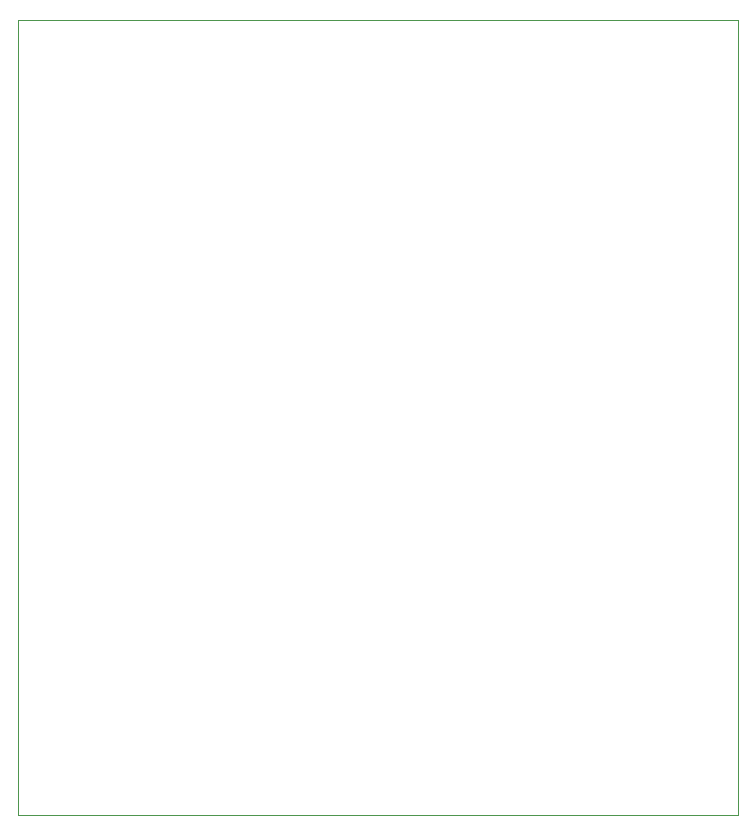
<source format=gm1>
G75*
G70*
%OFA0B0*%
%FSLAX24Y24*%
%IPPOS*%
%LPD*%
%AMOC8*
5,1,8,0,0,1.08239X$1,22.5*
%
%ADD10C,0.0000*%
D10*
X000500Y000130D02*
X000500Y026630D01*
X024500Y026630D01*
X024500Y000130D01*
X000500Y000130D01*
M02*

</source>
